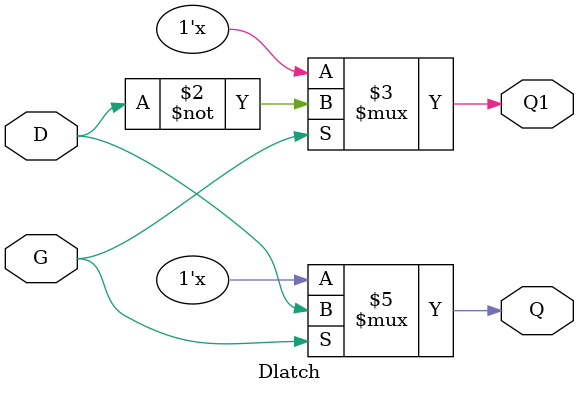
<source format=v>
module Dlatch (G, D, Q, Q1);
input G, D;
output Q1, Q;

reg Q1, Q;

always @(D or G)
	if (G)
	  begin
	    Q <= D;
	    Q1 <= ~D;
	   end
endmodule
	
</source>
